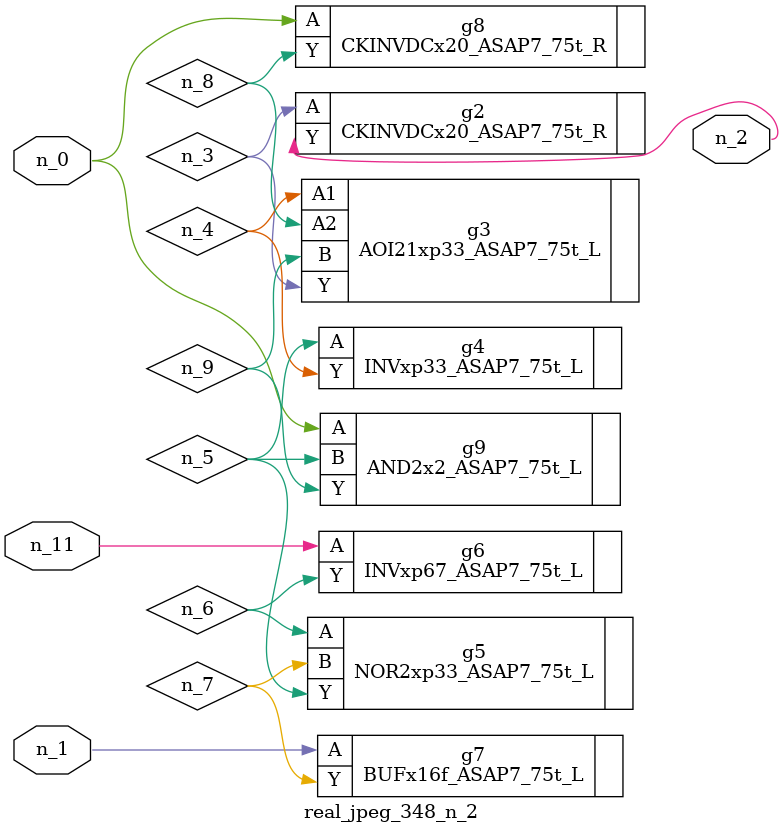
<source format=v>
module real_jpeg_348_n_2 (n_1, n_11, n_0, n_2);

input n_1;
input n_11;
input n_0;

output n_2;

wire n_5;
wire n_4;
wire n_8;
wire n_6;
wire n_7;
wire n_3;
wire n_9;

CKINVDCx20_ASAP7_75t_R g8 ( 
.A(n_0),
.Y(n_8)
);

AND2x2_ASAP7_75t_L g9 ( 
.A(n_0),
.B(n_5),
.Y(n_9)
);

BUFx16f_ASAP7_75t_L g7 ( 
.A(n_1),
.Y(n_7)
);

CKINVDCx20_ASAP7_75t_R g2 ( 
.A(n_3),
.Y(n_2)
);

AOI21xp33_ASAP7_75t_L g3 ( 
.A1(n_4),
.A2(n_8),
.B(n_9),
.Y(n_3)
);

INVxp33_ASAP7_75t_L g4 ( 
.A(n_5),
.Y(n_4)
);

NOR2xp33_ASAP7_75t_L g5 ( 
.A(n_6),
.B(n_7),
.Y(n_5)
);

INVxp67_ASAP7_75t_L g6 ( 
.A(n_11),
.Y(n_6)
);


endmodule
</source>
